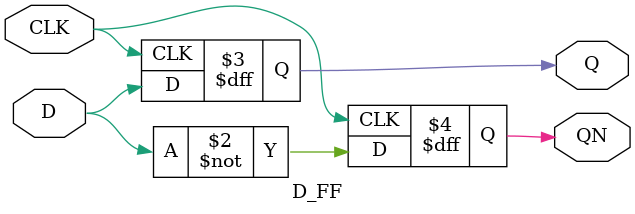
<source format=v>
module D_FF(D,CLK,Q,QN);
  input D,CLK;
  output Q,QN;
  reg Q,QN;
    always @(posedge CLK)
	   begin
		  Q<=D;
		  QN<=~D;
		end
endmodule
</source>
